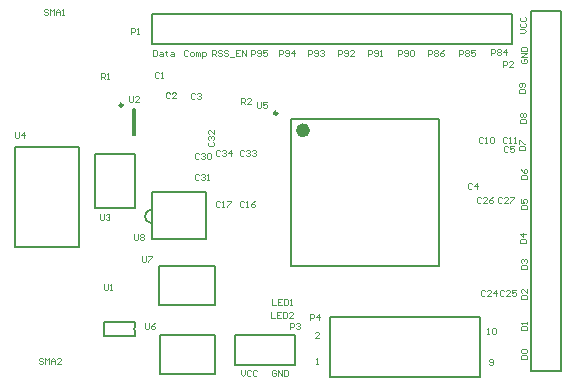
<source format=gto>
%FSLAX43Y43*%
%MOMM*%
G71*
G01*
G75*
G04 Layer_Color=65535*
%ADD10R,1.000X1.100*%
%ADD11R,1.100X1.000*%
%ADD12R,1.700X1.100*%
%ADD13R,1.150X0.450*%
%ADD14R,1.500X1.500*%
%ADD15R,2.541X1.500*%
%ADD16R,0.350X1.200*%
%ADD17R,0.700X1.500*%
%ADD18O,0.700X1.500*%
%ADD19O,0.300X1.800*%
%ADD20O,1.800X0.300*%
%ADD21R,1.500X0.600*%
%ADD22O,1.500X0.600*%
%ADD23C,0.254*%
%ADD24C,1.000*%
%ADD25C,0.500*%
%ADD26C,0.762*%
%ADD27C,1.500*%
%ADD28C,2.032*%
%ADD29C,2.286*%
%ADD30R,1.500X1.500*%
%ADD31C,0.254*%
%ADD32C,1.016*%
%ADD33C,1.524*%
%ADD34C,1.916*%
G04:AMPARAMS|DCode=35|XSize=2.424mm|YSize=2.424mm|CornerRadius=0mm|HoleSize=0mm|Usage=FLASHONLY|Rotation=0.000|XOffset=0mm|YOffset=0mm|HoleType=Round|Shape=Relief|Width=0.254mm|Gap=0.254mm|Entries=4|*
%AMTHD35*
7,0,0,2.424,1.916,0.254,45*
%
%ADD35THD35*%
%ADD36C,2.516*%
%ADD37C,2.718*%
G04:AMPARAMS|DCode=38|XSize=2.032mm|YSize=2.032mm|CornerRadius=0mm|HoleSize=0mm|Usage=FLASHONLY|Rotation=0.000|XOffset=0mm|YOffset=0mm|HoleType=Round|Shape=Relief|Width=0.254mm|Gap=0.254mm|Entries=4|*
%AMTHD38*
7,0,0,2.032,1.524,0.254,45*
%
%ADD38THD38*%
%ADD39C,1.219*%
%ADD40C,0.200*%
%ADD41C,0.250*%
%ADD42C,0.600*%
%ADD43C,0.102*%
%ADD44C,0.100*%
D40*
X40950Y52518D02*
G03*
X40950Y51368I71J-575D01*
G01*
X39600Y42562D02*
G03*
X39600Y42237I0J-162D01*
G01*
X56080Y38380D02*
X68780D01*
X56080Y43460D02*
X68780D01*
X56080Y38380D02*
Y43460D01*
X68780Y38380D02*
Y43460D01*
X53135Y39330D02*
Y41870D01*
X48055Y39330D02*
X53135D01*
X48055D02*
Y41870D01*
X53135D01*
X41014Y51429D02*
Y53975D01*
Y50038D02*
Y52579D01*
Y50038D02*
X45614D01*
Y53975D01*
X41014D02*
X45614D01*
X39597Y58844D02*
Y61044D01*
X39397Y58844D02*
Y61044D01*
Y58844D02*
X39597D01*
X39397Y61044D02*
X39597D01*
X29425Y49350D02*
X34825D01*
Y57850D01*
X29425Y49350D02*
Y57850D01*
X34825D01*
X37000Y42965D02*
X39600D01*
X37000Y41835D02*
Y42965D01*
Y41835D02*
X39600D01*
Y42237D01*
Y42562D02*
Y42965D01*
X39575Y52625D02*
Y57200D01*
X36200D02*
X39575D01*
X36200Y52625D02*
Y57200D01*
Y52625D02*
X39575D01*
X71485Y66505D02*
Y69045D01*
X41005Y66505D02*
X71485D01*
X41005D02*
Y69045D01*
X42910D01*
X71485D01*
X52805Y47725D02*
X65305D01*
X52805Y60225D02*
X65305D01*
Y47725D02*
Y60225D01*
X52805Y47725D02*
Y60225D01*
X73155Y38890D02*
X75695D01*
X73155D02*
Y69370D01*
X75695D01*
Y67465D02*
Y69370D01*
Y38890D02*
Y67465D01*
X41650Y44450D02*
Y47750D01*
Y44450D02*
X46375D01*
Y47750D01*
X41650D02*
X46375D01*
X41675Y38600D02*
Y41900D01*
Y38600D02*
X46400D01*
Y41900D01*
X41675D02*
X46400D01*
D41*
X38547Y61369D02*
G03*
X38547Y61369I-125J0D01*
G01*
X51630Y60675D02*
G03*
X51630Y60675I-125J0D01*
G01*
D42*
X54105Y59225D02*
G03*
X54105Y59225I-300J0D01*
G01*
D43*
X44664Y62298D02*
X44579Y62383D01*
X44410D01*
X44325Y62298D01*
Y61960D01*
X44410Y61875D01*
X44579D01*
X44664Y61960D01*
X44833Y62298D02*
X44917Y62383D01*
X45087D01*
X45171Y62298D01*
Y62214D01*
X45087Y62129D01*
X45002D01*
X45087D01*
X45171Y62044D01*
Y61960D01*
X45087Y61875D01*
X44917D01*
X44833Y61960D01*
X42564Y62348D02*
X42479Y62433D01*
X42310D01*
X42225Y62348D01*
Y62010D01*
X42310Y61925D01*
X42479D01*
X42564Y62010D01*
X43071Y61925D02*
X42733D01*
X43071Y62264D01*
Y62348D01*
X42987Y62433D01*
X42817D01*
X42733Y62348D01*
X51100Y43858D02*
Y43350D01*
X51439D01*
X51946Y43858D02*
X51608D01*
Y43350D01*
X51946D01*
X51608Y43604D02*
X51777D01*
X52116Y43858D02*
Y43350D01*
X52370D01*
X52454Y43435D01*
Y43773D01*
X52370Y43858D01*
X52116D01*
X52962Y43350D02*
X52624D01*
X52962Y43689D01*
Y43773D01*
X52877Y43858D01*
X52708D01*
X52624Y43773D01*
X51200Y44983D02*
Y44475D01*
X51539D01*
X52046Y44983D02*
X51708D01*
Y44475D01*
X52046D01*
X51708Y44729D02*
X51877D01*
X52216Y44983D02*
Y44475D01*
X52470D01*
X52554Y44560D01*
Y44898D01*
X52470Y44983D01*
X52216D01*
X52724Y44475D02*
X52893D01*
X52808D01*
Y44983D01*
X52724Y44898D01*
X54425Y43175D02*
Y43683D01*
X54679D01*
X54764Y43598D01*
Y43429D01*
X54679Y43344D01*
X54425D01*
X55187Y43175D02*
Y43683D01*
X54933Y43429D01*
X55271D01*
X69375Y41950D02*
X69544D01*
X69460D01*
Y42458D01*
X69375Y42373D01*
X69798D02*
X69883Y42458D01*
X70052D01*
X70137Y42373D01*
Y42035D01*
X70052Y41950D01*
X69883D01*
X69798Y42035D01*
Y42373D01*
X69550Y39460D02*
X69635Y39375D01*
X69804D01*
X69889Y39460D01*
Y39798D01*
X69804Y39883D01*
X69635D01*
X69550Y39798D01*
Y39714D01*
X69635Y39629D01*
X69889D01*
X54925Y39450D02*
X55094D01*
X55010D01*
Y39958D01*
X54925Y39873D01*
X55149Y41682D02*
X54810D01*
X55149Y42021D01*
Y42105D01*
X55064Y42190D01*
X54895D01*
X54810Y42105D01*
X31771Y39895D02*
X31686Y39980D01*
X31517D01*
X31432Y39895D01*
Y39811D01*
X31517Y39726D01*
X31686D01*
X31771Y39641D01*
Y39557D01*
X31686Y39472D01*
X31517D01*
X31432Y39557D01*
X31940Y39472D02*
Y39980D01*
X32109Y39811D01*
X32278Y39980D01*
Y39472D01*
X32448D02*
Y39811D01*
X32617Y39980D01*
X32786Y39811D01*
Y39472D01*
Y39726D01*
X32448D01*
X33294Y39472D02*
X32956D01*
X33294Y39811D01*
Y39895D01*
X33209Y39980D01*
X33040D01*
X32956Y39895D01*
X46821Y57446D02*
X46736Y57531D01*
X46567D01*
X46482Y57446D01*
Y57108D01*
X46567Y57023D01*
X46736D01*
X46821Y57108D01*
X46990Y57446D02*
X47074Y57531D01*
X47244D01*
X47328Y57446D01*
Y57362D01*
X47244Y57277D01*
X47159D01*
X47244D01*
X47328Y57192D01*
Y57108D01*
X47244Y57023D01*
X47074D01*
X46990Y57108D01*
X47752Y57023D02*
Y57531D01*
X47498Y57277D01*
X47836D01*
X48853Y57446D02*
X48768Y57531D01*
X48599D01*
X48514Y57446D01*
Y57108D01*
X48599Y57023D01*
X48768D01*
X48853Y57108D01*
X49022Y57446D02*
X49106Y57531D01*
X49276D01*
X49360Y57446D01*
Y57362D01*
X49276Y57277D01*
X49191D01*
X49276D01*
X49360Y57192D01*
Y57108D01*
X49276Y57023D01*
X49106D01*
X49022Y57108D01*
X49530Y57446D02*
X49614Y57531D01*
X49784D01*
X49868Y57446D01*
Y57362D01*
X49784Y57277D01*
X49699D01*
X49784D01*
X49868Y57192D01*
Y57108D01*
X49784Y57023D01*
X49614D01*
X49530Y57108D01*
X39500Y50433D02*
Y50010D01*
X39585Y49925D01*
X39754D01*
X39839Y50010D01*
Y50433D01*
X40008Y50348D02*
X40092Y50433D01*
X40262D01*
X40346Y50348D01*
Y50264D01*
X40262Y50179D01*
X40346Y50094D01*
Y50010D01*
X40262Y49925D01*
X40092D01*
X40008Y50010D01*
Y50094D01*
X40092Y50179D01*
X40008Y50264D01*
Y50348D01*
X40092Y50179D02*
X40262D01*
X29434Y59060D02*
Y58637D01*
X29519Y58553D01*
X29688D01*
X29773Y58637D01*
Y59060D01*
X30196Y58553D02*
Y59060D01*
X29942Y58807D01*
X30280D01*
X39116Y62103D02*
Y61680D01*
X39201Y61595D01*
X39370D01*
X39455Y61680D01*
Y62103D01*
X39962Y61595D02*
X39624D01*
X39962Y61934D01*
Y62018D01*
X39878Y62103D01*
X39708D01*
X39624Y62018D01*
X36989Y46229D02*
Y45805D01*
X37074Y45721D01*
X37243D01*
X37328Y45805D01*
Y46229D01*
X37497Y45721D02*
X37666D01*
X37581D01*
Y46229D01*
X37497Y46144D01*
X32216Y69384D02*
X32131Y69469D01*
X31962D01*
X31877Y69384D01*
Y69300D01*
X31962Y69215D01*
X32131D01*
X32216Y69130D01*
Y69046D01*
X32131Y68961D01*
X31962D01*
X31877Y69046D01*
X32385Y68961D02*
Y69469D01*
X32554Y69300D01*
X32723Y69469D01*
Y68961D01*
X32893D02*
Y69300D01*
X33062Y69469D01*
X33231Y69300D01*
Y68961D01*
Y69215D01*
X32893D01*
X33401Y68961D02*
X33570D01*
X33485D01*
Y69469D01*
X33401Y69384D01*
X48575Y61475D02*
Y61983D01*
X48829D01*
X48914Y61898D01*
Y61729D01*
X48829Y61644D01*
X48575D01*
X48744D02*
X48914Y61475D01*
X49421D02*
X49083D01*
X49421Y61814D01*
Y61898D01*
X49337Y61983D01*
X49167D01*
X49083Y61898D01*
X36725Y63550D02*
Y64058D01*
X36979D01*
X37064Y63973D01*
Y63804D01*
X36979Y63719D01*
X36725D01*
X36894D02*
X37064Y63550D01*
X37233D02*
X37402D01*
X37317D01*
Y64058D01*
X37233Y63973D01*
X52675Y42400D02*
Y42908D01*
X52929D01*
X53014Y42823D01*
Y42654D01*
X52929Y42569D01*
X52675D01*
X53183Y42823D02*
X53267Y42908D01*
X53437D01*
X53521Y42823D01*
Y42739D01*
X53437Y42654D01*
X53352D01*
X53437D01*
X53521Y42569D01*
Y42485D01*
X53437Y42400D01*
X53267D01*
X53183Y42485D01*
X45886Y58281D02*
X45801Y58196D01*
Y58027D01*
X45886Y57942D01*
X46224D01*
X46309Y58027D01*
Y58196D01*
X46224Y58281D01*
X45886Y58450D02*
X45801Y58534D01*
Y58704D01*
X45886Y58788D01*
X45970D01*
X46055Y58704D01*
Y58619D01*
Y58704D01*
X46140Y58788D01*
X46224D01*
X46309Y58704D01*
Y58534D01*
X46224Y58450D01*
X46309Y59296D02*
Y58958D01*
X45970Y59296D01*
X45886D01*
X45801Y59212D01*
Y59042D01*
X45886Y58958D01*
X45043Y55414D02*
X44958Y55499D01*
X44789D01*
X44704Y55414D01*
Y55076D01*
X44789Y54991D01*
X44958D01*
X45043Y55076D01*
X45212Y55414D02*
X45296Y55499D01*
X45466D01*
X45550Y55414D01*
Y55330D01*
X45466Y55245D01*
X45381D01*
X45466D01*
X45550Y55160D01*
Y55076D01*
X45466Y54991D01*
X45296D01*
X45212Y55076D01*
X45720Y54991D02*
X45889D01*
X45804D01*
Y55499D01*
X45720Y55414D01*
X45043Y57192D02*
X44958Y57277D01*
X44789D01*
X44704Y57192D01*
Y56854D01*
X44789Y56769D01*
X44958D01*
X45043Y56854D01*
X45212Y57192D02*
X45296Y57277D01*
X45466D01*
X45550Y57192D01*
Y57108D01*
X45466Y57023D01*
X45381D01*
X45466D01*
X45550Y56938D01*
Y56854D01*
X45466Y56769D01*
X45296D01*
X45212Y56854D01*
X45720Y57192D02*
X45804Y57277D01*
X45974D01*
X46058Y57192D01*
Y56854D01*
X45974Y56769D01*
X45804D01*
X45720Y56854D01*
Y57192D01*
X70697Y53509D02*
X70612Y53594D01*
X70443D01*
X70358Y53509D01*
Y53171D01*
X70443Y53086D01*
X70612D01*
X70697Y53171D01*
X71204Y53086D02*
X70866D01*
X71204Y53425D01*
Y53509D01*
X71120Y53594D01*
X70950D01*
X70866Y53509D01*
X71374Y53594D02*
X71712D01*
Y53509D01*
X71374Y53171D01*
Y53086D01*
X68919Y53509D02*
X68834Y53594D01*
X68665D01*
X68580Y53509D01*
Y53171D01*
X68665Y53086D01*
X68834D01*
X68919Y53171D01*
X69426Y53086D02*
X69088D01*
X69426Y53425D01*
Y53509D01*
X69342Y53594D01*
X69172D01*
X69088Y53509D01*
X69934Y53594D02*
X69765Y53509D01*
X69596Y53340D01*
Y53171D01*
X69680Y53086D01*
X69850D01*
X69934Y53171D01*
Y53255D01*
X69850Y53340D01*
X69596D01*
X70824Y45635D02*
X70739Y45720D01*
X70570D01*
X70485Y45635D01*
Y45297D01*
X70570Y45212D01*
X70739D01*
X70824Y45297D01*
X71331Y45212D02*
X70993D01*
X71331Y45551D01*
Y45635D01*
X71247Y45720D01*
X71077D01*
X70993Y45635D01*
X71839Y45720D02*
X71501D01*
Y45466D01*
X71670Y45551D01*
X71755D01*
X71839Y45466D01*
Y45297D01*
X71755Y45212D01*
X71585D01*
X71501Y45297D01*
X69214Y45648D02*
X69129Y45733D01*
X68960D01*
X68875Y45648D01*
Y45310D01*
X68960Y45225D01*
X69129D01*
X69214Y45310D01*
X69721Y45225D02*
X69383D01*
X69721Y45564D01*
Y45648D01*
X69637Y45733D01*
X69467D01*
X69383Y45648D01*
X70145Y45225D02*
Y45733D01*
X69891Y45479D01*
X70229D01*
X46821Y53179D02*
X46736Y53264D01*
X46567D01*
X46482Y53179D01*
Y52840D01*
X46567Y52756D01*
X46736D01*
X46821Y52840D01*
X46990Y52756D02*
X47159D01*
X47074D01*
Y53264D01*
X46990Y53179D01*
X47413Y53264D02*
X47752D01*
Y53179D01*
X47413Y52840D01*
Y52756D01*
X48853Y53179D02*
X48768Y53264D01*
X48599D01*
X48514Y53179D01*
Y52840D01*
X48599Y52756D01*
X48768D01*
X48853Y52840D01*
X49022Y52756D02*
X49191D01*
X49106D01*
Y53264D01*
X49022Y53179D01*
X49784Y53264D02*
X49614Y53179D01*
X49445Y53010D01*
Y52840D01*
X49530Y52756D01*
X49699D01*
X49784Y52840D01*
Y52925D01*
X49699Y53010D01*
X49445D01*
X71078Y58589D02*
X70993Y58674D01*
X70824D01*
X70739Y58589D01*
Y58251D01*
X70824Y58166D01*
X70993D01*
X71078Y58251D01*
X71247Y58166D02*
X71416D01*
X71331D01*
Y58674D01*
X71247Y58589D01*
X71670Y58166D02*
X71839D01*
X71755D01*
Y58674D01*
X71670Y58589D01*
X69046D02*
X68961Y58674D01*
X68792D01*
X68707Y58589D01*
Y58251D01*
X68792Y58166D01*
X68961D01*
X69046Y58251D01*
X69215Y58166D02*
X69384D01*
X69299D01*
Y58674D01*
X69215Y58589D01*
X69638D02*
X69723Y58674D01*
X69892D01*
X69977Y58589D01*
Y58251D01*
X69892Y58166D01*
X69723D01*
X69638Y58251D01*
Y58589D01*
X71205Y57827D02*
X71120Y57912D01*
X70951D01*
X70866Y57827D01*
Y57489D01*
X70951Y57404D01*
X71120D01*
X71205Y57489D01*
X71712Y57912D02*
X71374D01*
Y57658D01*
X71543Y57743D01*
X71628D01*
X71712Y57658D01*
Y57489D01*
X71628Y57404D01*
X71458D01*
X71374Y57489D01*
X68157Y54652D02*
X68072Y54737D01*
X67903D01*
X67818Y54652D01*
Y54314D01*
X67903Y54229D01*
X68072D01*
X68157Y54314D01*
X68580Y54229D02*
Y54737D01*
X68326Y54483D01*
X68664D01*
X41664Y64073D02*
X41579Y64158D01*
X41410D01*
X41325Y64073D01*
Y63735D01*
X41410Y63650D01*
X41579D01*
X41664Y63735D01*
X41833Y63650D02*
X42002D01*
X41917D01*
Y64158D01*
X41833Y64073D01*
X49950Y61658D02*
Y61235D01*
X50035Y61150D01*
X50204D01*
X50289Y61235D01*
Y61658D01*
X50796D02*
X50458D01*
Y61404D01*
X50627Y61489D01*
X50712D01*
X50796Y61404D01*
Y61235D01*
X50712Y61150D01*
X50542D01*
X50458Y61235D01*
X72263Y39878D02*
X72771D01*
Y40132D01*
X72686Y40217D01*
X72348D01*
X72263Y40132D01*
Y39878D01*
X72348Y40386D02*
X72263Y40470D01*
Y40640D01*
X72348Y40724D01*
X72686D01*
X72771Y40640D01*
Y40470D01*
X72686Y40386D01*
X72348D01*
X72263Y42291D02*
X72771D01*
Y42545D01*
X72686Y42630D01*
X72348D01*
X72263Y42545D01*
Y42291D01*
X72771Y42799D02*
Y42968D01*
Y42883D01*
X72263D01*
X72348Y42799D01*
X72263Y44958D02*
X72771D01*
Y45212D01*
X72686Y45297D01*
X72348D01*
X72263Y45212D01*
Y44958D01*
X72771Y45804D02*
Y45466D01*
X72432Y45804D01*
X72348D01*
X72263Y45720D01*
Y45550D01*
X72348Y45466D01*
X72263Y47498D02*
X72771D01*
Y47752D01*
X72686Y47837D01*
X72348D01*
X72263Y47752D01*
Y47498D01*
X72348Y48006D02*
X72263Y48090D01*
Y48260D01*
X72348Y48344D01*
X72432D01*
X72517Y48260D01*
Y48175D01*
Y48260D01*
X72602Y48344D01*
X72686D01*
X72771Y48260D01*
Y48090D01*
X72686Y48006D01*
X72167Y49650D02*
X72675D01*
Y49904D01*
X72590Y49989D01*
X72252D01*
X72167Y49904D01*
Y49650D01*
X72675Y50412D02*
X72167D01*
X72421Y50158D01*
Y50496D01*
X72263Y52578D02*
X72771D01*
Y52832D01*
X72686Y52917D01*
X72348D01*
X72263Y52832D01*
Y52578D01*
Y53424D02*
Y53086D01*
X72517D01*
X72432Y53255D01*
Y53340D01*
X72517Y53424D01*
X72686D01*
X72771Y53340D01*
Y53170D01*
X72686Y53086D01*
X72263Y55118D02*
X72771D01*
Y55372D01*
X72686Y55457D01*
X72348D01*
X72263Y55372D01*
Y55118D01*
Y55964D02*
X72348Y55795D01*
X72517Y55626D01*
X72686D01*
X72771Y55710D01*
Y55880D01*
X72686Y55964D01*
X72602D01*
X72517Y55880D01*
Y55626D01*
X72136Y57531D02*
X72644D01*
Y57785D01*
X72559Y57870D01*
X72221D01*
X72136Y57785D01*
Y57531D01*
Y58039D02*
Y58377D01*
X72221D01*
X72559Y58039D01*
X72644D01*
X72148Y59878D02*
X72656D01*
Y60132D01*
X72571Y60217D01*
X72233D01*
X72148Y60132D01*
Y59878D01*
X72233Y60386D02*
X72148Y60471D01*
Y60640D01*
X72233Y60725D01*
X72317D01*
X72402Y60640D01*
X72487Y60725D01*
X72571D01*
X72656Y60640D01*
Y60471D01*
X72571Y60386D01*
X72487D01*
X72402Y60471D01*
X72317Y60386D01*
X72233D01*
X72402Y60471D02*
Y60640D01*
X72136Y62357D02*
X72644D01*
Y62611D01*
X72559Y62696D01*
X72221D01*
X72136Y62611D01*
Y62357D01*
X72559Y62865D02*
X72644Y62949D01*
Y63119D01*
X72559Y63203D01*
X72221D01*
X72136Y63119D01*
Y62949D01*
X72221Y62865D01*
X72305D01*
X72390Y62949D01*
Y63203D01*
X72348Y65236D02*
X72263Y65151D01*
Y64982D01*
X72348Y64897D01*
X72686D01*
X72771Y64982D01*
Y65151D01*
X72686Y65236D01*
X72517D01*
Y65066D01*
X72771Y65405D02*
X72263D01*
X72771Y65743D01*
X72263D01*
Y65913D02*
X72771D01*
Y66167D01*
X72686Y66251D01*
X72348D01*
X72263Y66167D01*
Y65913D01*
X72213Y67497D02*
X72552D01*
X72721Y67666D01*
X72552Y67836D01*
X72213D01*
X72298Y68343D02*
X72213Y68259D01*
Y68089D01*
X72298Y68005D01*
X72636D01*
X72721Y68089D01*
Y68259D01*
X72636Y68343D01*
X72298Y68851D02*
X72213Y68767D01*
Y68597D01*
X72298Y68513D01*
X72636D01*
X72721Y68597D01*
Y68767D01*
X72636Y68851D01*
X48600Y38908D02*
Y38569D01*
X48769Y38400D01*
X48939Y38569D01*
Y38908D01*
X49446Y38823D02*
X49362Y38908D01*
X49192D01*
X49108Y38823D01*
Y38485D01*
X49192Y38400D01*
X49362D01*
X49446Y38485D01*
X49954Y38823D02*
X49870Y38908D01*
X49700D01*
X49616Y38823D01*
Y38485D01*
X49700Y38400D01*
X49870D01*
X49954Y38485D01*
X51514Y38823D02*
X51429Y38908D01*
X51260D01*
X51175Y38823D01*
Y38485D01*
X51260Y38400D01*
X51429D01*
X51514Y38485D01*
Y38654D01*
X51344D01*
X51683Y38400D02*
Y38908D01*
X52021Y38400D01*
Y38908D01*
X52191D02*
Y38400D01*
X52445D01*
X52529Y38485D01*
Y38823D01*
X52445Y38908D01*
X52191D01*
X41125Y66033D02*
Y65525D01*
X41379D01*
X41464Y65610D01*
Y65948D01*
X41379Y66033D01*
X41125D01*
X41717Y65864D02*
X41887D01*
X41971Y65779D01*
Y65525D01*
X41717D01*
X41633Y65610D01*
X41717Y65694D01*
X41971D01*
X42225Y65948D02*
Y65864D01*
X42141D01*
X42310D01*
X42225D01*
Y65610D01*
X42310Y65525D01*
X42649Y65864D02*
X42818D01*
X42902Y65779D01*
Y65525D01*
X42649D01*
X42564Y65610D01*
X42649Y65694D01*
X42902D01*
X44114Y65948D02*
X44029Y66033D01*
X43860D01*
X43775Y65948D01*
Y65610D01*
X43860Y65525D01*
X44029D01*
X44114Y65610D01*
X44367Y65525D02*
X44537D01*
X44621Y65610D01*
Y65779D01*
X44537Y65864D01*
X44367D01*
X44283Y65779D01*
Y65610D01*
X44367Y65525D01*
X44791D02*
Y65864D01*
X44875D01*
X44960Y65779D01*
Y65525D01*
Y65779D01*
X45045Y65864D01*
X45129Y65779D01*
Y65525D01*
X45299Y65356D02*
Y65864D01*
X45552D01*
X45637Y65779D01*
Y65610D01*
X45552Y65525D01*
X45299D01*
X46125D02*
Y66033D01*
X46379D01*
X46464Y65948D01*
Y65779D01*
X46379Y65694D01*
X46125D01*
X46294D02*
X46464Y65525D01*
X46971Y65948D02*
X46887Y66033D01*
X46717D01*
X46633Y65948D01*
Y65864D01*
X46717Y65779D01*
X46887D01*
X46971Y65694D01*
Y65610D01*
X46887Y65525D01*
X46717D01*
X46633Y65610D01*
X47479Y65948D02*
X47395Y66033D01*
X47225D01*
X47141Y65948D01*
Y65864D01*
X47225Y65779D01*
X47395D01*
X47479Y65694D01*
Y65610D01*
X47395Y65525D01*
X47225D01*
X47141Y65610D01*
X47649Y65440D02*
X47987D01*
X48495Y66033D02*
X48156D01*
Y65525D01*
X48495D01*
X48156Y65779D02*
X48326D01*
X48664Y65525D02*
Y66033D01*
X49003Y65525D01*
Y66033D01*
X49375Y65500D02*
Y66008D01*
X49629D01*
X49714Y65923D01*
Y65754D01*
X49629Y65669D01*
X49375D01*
X49883Y65585D02*
X49967Y65500D01*
X50137D01*
X50221Y65585D01*
Y65923D01*
X50137Y66008D01*
X49967D01*
X49883Y65923D01*
Y65839D01*
X49967Y65754D01*
X50221D01*
X50729Y66008D02*
X50391D01*
Y65754D01*
X50560Y65839D01*
X50645D01*
X50729Y65754D01*
Y65585D01*
X50645Y65500D01*
X50475D01*
X50391Y65585D01*
X51775Y65525D02*
Y66033D01*
X52029D01*
X52114Y65948D01*
Y65779D01*
X52029Y65694D01*
X51775D01*
X52283Y65610D02*
X52367Y65525D01*
X52537D01*
X52621Y65610D01*
Y65948D01*
X52537Y66033D01*
X52367D01*
X52283Y65948D01*
Y65864D01*
X52367Y65779D01*
X52621D01*
X53045Y65525D02*
Y66033D01*
X52791Y65779D01*
X53129D01*
X54250Y65500D02*
Y66008D01*
X54504D01*
X54589Y65923D01*
Y65754D01*
X54504Y65669D01*
X54250D01*
X54758Y65585D02*
X54842Y65500D01*
X55012D01*
X55096Y65585D01*
Y65923D01*
X55012Y66008D01*
X54842D01*
X54758Y65923D01*
Y65839D01*
X54842Y65754D01*
X55096D01*
X55266Y65923D02*
X55350Y66008D01*
X55520D01*
X55604Y65923D01*
Y65839D01*
X55520Y65754D01*
X55435D01*
X55520D01*
X55604Y65669D01*
Y65585D01*
X55520Y65500D01*
X55350D01*
X55266Y65585D01*
X56750Y65500D02*
Y66008D01*
X57004D01*
X57089Y65923D01*
Y65754D01*
X57004Y65669D01*
X56750D01*
X57258Y65585D02*
X57342Y65500D01*
X57512D01*
X57596Y65585D01*
Y65923D01*
X57512Y66008D01*
X57342D01*
X57258Y65923D01*
Y65839D01*
X57342Y65754D01*
X57596D01*
X58104Y65500D02*
X57766D01*
X58104Y65839D01*
Y65923D01*
X58020Y66008D01*
X57850D01*
X57766Y65923D01*
X59325Y65525D02*
Y66033D01*
X59579D01*
X59664Y65948D01*
Y65779D01*
X59579Y65694D01*
X59325D01*
X59833Y65610D02*
X59917Y65525D01*
X60087D01*
X60171Y65610D01*
Y65948D01*
X60087Y66033D01*
X59917D01*
X59833Y65948D01*
Y65864D01*
X59917Y65779D01*
X60171D01*
X60341Y65525D02*
X60510D01*
X60425D01*
Y66033D01*
X60341Y65948D01*
X61850Y65550D02*
Y66058D01*
X62104D01*
X62189Y65973D01*
Y65804D01*
X62104Y65719D01*
X61850D01*
X62358Y65635D02*
X62442Y65550D01*
X62612D01*
X62696Y65635D01*
Y65973D01*
X62612Y66058D01*
X62442D01*
X62358Y65973D01*
Y65889D01*
X62442Y65804D01*
X62696D01*
X62866Y65973D02*
X62950Y66058D01*
X63120D01*
X63204Y65973D01*
Y65635D01*
X63120Y65550D01*
X62950D01*
X62866Y65635D01*
Y65973D01*
X64425Y65550D02*
Y66058D01*
X64679D01*
X64764Y65973D01*
Y65804D01*
X64679Y65719D01*
X64425D01*
X64933Y65973D02*
X65017Y66058D01*
X65187D01*
X65271Y65973D01*
Y65889D01*
X65187Y65804D01*
X65271Y65719D01*
Y65635D01*
X65187Y65550D01*
X65017D01*
X64933Y65635D01*
Y65719D01*
X65017Y65804D01*
X64933Y65889D01*
Y65973D01*
X65017Y65804D02*
X65187D01*
X65779Y66058D02*
X65610Y65973D01*
X65441Y65804D01*
Y65635D01*
X65525Y65550D01*
X65695D01*
X65779Y65635D01*
Y65719D01*
X65695Y65804D01*
X65441D01*
X67050Y65550D02*
Y66058D01*
X67304D01*
X67389Y65973D01*
Y65804D01*
X67304Y65719D01*
X67050D01*
X67558Y65973D02*
X67642Y66058D01*
X67812D01*
X67896Y65973D01*
Y65889D01*
X67812Y65804D01*
X67896Y65719D01*
Y65635D01*
X67812Y65550D01*
X67642D01*
X67558Y65635D01*
Y65719D01*
X67642Y65804D01*
X67558Y65889D01*
Y65973D01*
X67642Y65804D02*
X67812D01*
X68404Y66058D02*
X68066D01*
Y65804D01*
X68235Y65889D01*
X68320D01*
X68404Y65804D01*
Y65635D01*
X68320Y65550D01*
X68150D01*
X68066Y65635D01*
X69700Y65575D02*
Y66083D01*
X69954D01*
X70039Y65998D01*
Y65829D01*
X69954Y65744D01*
X69700D01*
X70208Y65998D02*
X70292Y66083D01*
X70462D01*
X70546Y65998D01*
Y65914D01*
X70462Y65829D01*
X70546Y65744D01*
Y65660D01*
X70462Y65575D01*
X70292D01*
X70208Y65660D01*
Y65744D01*
X70292Y65829D01*
X70208Y65914D01*
Y65998D01*
X70292Y65829D02*
X70462D01*
X70970Y65575D02*
Y66083D01*
X70716Y65829D01*
X71054D01*
D44*
X36600Y52125D02*
Y51708D01*
X36683Y51625D01*
X36850D01*
X36933Y51708D01*
Y52125D01*
X37100Y52042D02*
X37183Y52125D01*
X37350D01*
X37433Y52042D01*
Y51958D01*
X37350Y51875D01*
X37266D01*
X37350D01*
X37433Y51792D01*
Y51708D01*
X37350Y51625D01*
X37183D01*
X37100Y51708D01*
X40425Y42950D02*
Y42533D01*
X40508Y42450D01*
X40675D01*
X40758Y42533D01*
Y42950D01*
X41258D02*
X41091Y42867D01*
X40925Y42700D01*
Y42533D01*
X41008Y42450D01*
X41175D01*
X41258Y42533D01*
Y42617D01*
X41175Y42700D01*
X40925D01*
X40175Y48575D02*
Y48158D01*
X40258Y48075D01*
X40425D01*
X40508Y48158D01*
Y48575D01*
X40675D02*
X41008D01*
Y48492D01*
X40675Y48158D01*
Y48075D01*
X39250Y67400D02*
Y67900D01*
X39500D01*
X39583Y67817D01*
Y67650D01*
X39500Y67567D01*
X39250D01*
X39750Y67400D02*
X39916D01*
X39833D01*
Y67900D01*
X39750Y67817D01*
X70775Y64600D02*
Y65100D01*
X71025D01*
X71108Y65017D01*
Y64850D01*
X71025Y64767D01*
X70775D01*
X71608Y64600D02*
X71275D01*
X71608Y64933D01*
Y65017D01*
X71525Y65100D01*
X71358D01*
X71275Y65017D01*
M02*

</source>
